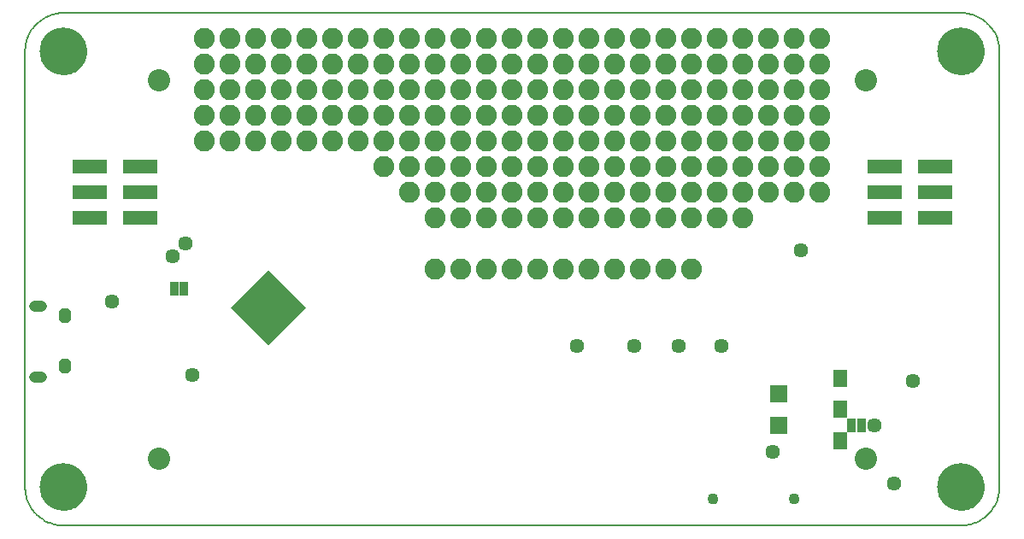
<source format=gbs>
G75*
%MOIN*%
%OFA0B0*%
%FSLAX24Y24*%
%IPPOS*%
%LPD*%
%AMOC8*
5,1,8,0,0,1.08239X$1,22.5*
%
%ADD10C,0.0050*%
%ADD11C,0.0000*%
%ADD12C,0.1852*%
%ADD13R,0.1340X0.0580*%
%ADD14C,0.0867*%
%ADD15C,0.0341*%
%ADD16C,0.0434*%
%ADD17C,0.0568*%
%ADD18R,0.0552X0.0671*%
%ADD19R,0.0671X0.0671*%
%ADD20R,0.0330X0.0580*%
%ADD21R,0.2080X0.2080*%
%ADD22C,0.0430*%
%ADD23C,0.0820*%
D10*
X017760Y016393D02*
X052760Y016393D01*
X052836Y016395D01*
X052912Y016401D01*
X052987Y016410D01*
X053062Y016424D01*
X053136Y016441D01*
X053209Y016462D01*
X053281Y016486D01*
X053352Y016515D01*
X053421Y016546D01*
X053488Y016581D01*
X053553Y016620D01*
X053617Y016662D01*
X053678Y016707D01*
X053737Y016755D01*
X053793Y016806D01*
X053847Y016860D01*
X053898Y016916D01*
X053946Y016975D01*
X053991Y017036D01*
X054033Y017100D01*
X054072Y017165D01*
X054107Y017232D01*
X054138Y017301D01*
X054167Y017372D01*
X054191Y017444D01*
X054212Y017517D01*
X054229Y017591D01*
X054243Y017666D01*
X054252Y017741D01*
X054258Y017817D01*
X054260Y017893D01*
X054260Y034893D01*
X054258Y034969D01*
X054252Y035045D01*
X054243Y035120D01*
X054229Y035195D01*
X054212Y035269D01*
X054191Y035342D01*
X054167Y035414D01*
X054138Y035485D01*
X054107Y035554D01*
X054072Y035621D01*
X054033Y035686D01*
X053991Y035750D01*
X053946Y035811D01*
X053898Y035870D01*
X053847Y035926D01*
X053793Y035980D01*
X053737Y036031D01*
X053678Y036079D01*
X053617Y036124D01*
X053553Y036166D01*
X053488Y036205D01*
X053421Y036240D01*
X053352Y036271D01*
X053281Y036300D01*
X053209Y036324D01*
X053136Y036345D01*
X053062Y036362D01*
X052987Y036376D01*
X052912Y036385D01*
X052836Y036391D01*
X052760Y036393D01*
X017760Y036393D01*
X017684Y036391D01*
X017608Y036385D01*
X017533Y036376D01*
X017458Y036362D01*
X017384Y036345D01*
X017311Y036324D01*
X017239Y036300D01*
X017168Y036271D01*
X017099Y036240D01*
X017032Y036205D01*
X016967Y036166D01*
X016903Y036124D01*
X016842Y036079D01*
X016783Y036031D01*
X016727Y035980D01*
X016673Y035926D01*
X016622Y035870D01*
X016574Y035811D01*
X016529Y035750D01*
X016487Y035686D01*
X016448Y035621D01*
X016413Y035554D01*
X016382Y035485D01*
X016353Y035414D01*
X016329Y035342D01*
X016308Y035269D01*
X016291Y035195D01*
X016277Y035120D01*
X016268Y035045D01*
X016262Y034969D01*
X016260Y034893D01*
X016260Y017893D01*
X016262Y017817D01*
X016268Y017741D01*
X016277Y017666D01*
X016291Y017591D01*
X016308Y017517D01*
X016329Y017444D01*
X016353Y017372D01*
X016382Y017301D01*
X016413Y017232D01*
X016448Y017165D01*
X016487Y017100D01*
X016529Y017036D01*
X016574Y016975D01*
X016622Y016916D01*
X016673Y016860D01*
X016727Y016806D01*
X016783Y016755D01*
X016842Y016707D01*
X016903Y016662D01*
X016967Y016620D01*
X017032Y016581D01*
X017099Y016546D01*
X017168Y016515D01*
X017239Y016486D01*
X017311Y016462D01*
X017384Y016441D01*
X017458Y016424D01*
X017533Y016410D01*
X017608Y016401D01*
X017684Y016395D01*
X017760Y016393D01*
D11*
X016874Y017893D02*
X016876Y017952D01*
X016882Y018011D01*
X016892Y018069D01*
X016905Y018127D01*
X016923Y018184D01*
X016944Y018239D01*
X016969Y018293D01*
X016998Y018345D01*
X017030Y018394D01*
X017065Y018442D01*
X017103Y018487D01*
X017144Y018530D01*
X017188Y018570D01*
X017234Y018606D01*
X017283Y018640D01*
X017334Y018670D01*
X017387Y018697D01*
X017442Y018720D01*
X017497Y018739D01*
X017555Y018755D01*
X017613Y018767D01*
X017671Y018775D01*
X017730Y018779D01*
X017790Y018779D01*
X017849Y018775D01*
X017907Y018767D01*
X017965Y018755D01*
X018023Y018739D01*
X018078Y018720D01*
X018133Y018697D01*
X018186Y018670D01*
X018237Y018640D01*
X018286Y018606D01*
X018332Y018570D01*
X018376Y018530D01*
X018417Y018487D01*
X018455Y018442D01*
X018490Y018394D01*
X018522Y018345D01*
X018551Y018293D01*
X018576Y018239D01*
X018597Y018184D01*
X018615Y018127D01*
X018628Y018069D01*
X018638Y018011D01*
X018644Y017952D01*
X018646Y017893D01*
X018644Y017834D01*
X018638Y017775D01*
X018628Y017717D01*
X018615Y017659D01*
X018597Y017602D01*
X018576Y017547D01*
X018551Y017493D01*
X018522Y017441D01*
X018490Y017392D01*
X018455Y017344D01*
X018417Y017299D01*
X018376Y017256D01*
X018332Y017216D01*
X018286Y017180D01*
X018237Y017146D01*
X018186Y017116D01*
X018133Y017089D01*
X018078Y017066D01*
X018023Y017047D01*
X017965Y017031D01*
X017907Y017019D01*
X017849Y017011D01*
X017790Y017007D01*
X017730Y017007D01*
X017671Y017011D01*
X017613Y017019D01*
X017555Y017031D01*
X017497Y017047D01*
X017442Y017066D01*
X017387Y017089D01*
X017334Y017116D01*
X017283Y017146D01*
X017234Y017180D01*
X017188Y017216D01*
X017144Y017256D01*
X017103Y017299D01*
X017065Y017344D01*
X017030Y017392D01*
X016998Y017441D01*
X016969Y017493D01*
X016944Y017547D01*
X016923Y017602D01*
X016905Y017659D01*
X016892Y017717D01*
X016882Y017775D01*
X016876Y017834D01*
X016874Y017893D01*
X021086Y019011D02*
X021088Y019050D01*
X021094Y019089D01*
X021104Y019127D01*
X021117Y019164D01*
X021134Y019199D01*
X021154Y019233D01*
X021178Y019264D01*
X021205Y019293D01*
X021234Y019319D01*
X021266Y019342D01*
X021300Y019362D01*
X021336Y019378D01*
X021373Y019390D01*
X021412Y019399D01*
X021451Y019404D01*
X021490Y019405D01*
X021529Y019402D01*
X021568Y019395D01*
X021605Y019384D01*
X021642Y019370D01*
X021677Y019352D01*
X021710Y019331D01*
X021741Y019306D01*
X021769Y019279D01*
X021794Y019249D01*
X021816Y019216D01*
X021835Y019182D01*
X021850Y019146D01*
X021862Y019108D01*
X021870Y019070D01*
X021874Y019031D01*
X021874Y018991D01*
X021870Y018952D01*
X021862Y018914D01*
X021850Y018876D01*
X021835Y018840D01*
X021816Y018806D01*
X021794Y018773D01*
X021769Y018743D01*
X021741Y018716D01*
X021710Y018691D01*
X021677Y018670D01*
X021642Y018652D01*
X021605Y018638D01*
X021568Y018627D01*
X021529Y018620D01*
X021490Y018617D01*
X021451Y018618D01*
X021412Y018623D01*
X021373Y018632D01*
X021336Y018644D01*
X021300Y018660D01*
X021266Y018680D01*
X021234Y018703D01*
X021205Y018729D01*
X021178Y018758D01*
X021154Y018789D01*
X021134Y018823D01*
X021117Y018858D01*
X021104Y018895D01*
X021094Y018933D01*
X021088Y018972D01*
X021086Y019011D01*
X021086Y033775D02*
X021088Y033814D01*
X021094Y033853D01*
X021104Y033891D01*
X021117Y033928D01*
X021134Y033963D01*
X021154Y033997D01*
X021178Y034028D01*
X021205Y034057D01*
X021234Y034083D01*
X021266Y034106D01*
X021300Y034126D01*
X021336Y034142D01*
X021373Y034154D01*
X021412Y034163D01*
X021451Y034168D01*
X021490Y034169D01*
X021529Y034166D01*
X021568Y034159D01*
X021605Y034148D01*
X021642Y034134D01*
X021677Y034116D01*
X021710Y034095D01*
X021741Y034070D01*
X021769Y034043D01*
X021794Y034013D01*
X021816Y033980D01*
X021835Y033946D01*
X021850Y033910D01*
X021862Y033872D01*
X021870Y033834D01*
X021874Y033795D01*
X021874Y033755D01*
X021870Y033716D01*
X021862Y033678D01*
X021850Y033640D01*
X021835Y033604D01*
X021816Y033570D01*
X021794Y033537D01*
X021769Y033507D01*
X021741Y033480D01*
X021710Y033455D01*
X021677Y033434D01*
X021642Y033416D01*
X021605Y033402D01*
X021568Y033391D01*
X021529Y033384D01*
X021490Y033381D01*
X021451Y033382D01*
X021412Y033387D01*
X021373Y033396D01*
X021336Y033408D01*
X021300Y033424D01*
X021266Y033444D01*
X021234Y033467D01*
X021205Y033493D01*
X021178Y033522D01*
X021154Y033553D01*
X021134Y033587D01*
X021117Y033622D01*
X021104Y033659D01*
X021094Y033697D01*
X021088Y033736D01*
X021086Y033775D01*
X016874Y034893D02*
X016876Y034952D01*
X016882Y035011D01*
X016892Y035069D01*
X016905Y035127D01*
X016923Y035184D01*
X016944Y035239D01*
X016969Y035293D01*
X016998Y035345D01*
X017030Y035394D01*
X017065Y035442D01*
X017103Y035487D01*
X017144Y035530D01*
X017188Y035570D01*
X017234Y035606D01*
X017283Y035640D01*
X017334Y035670D01*
X017387Y035697D01*
X017442Y035720D01*
X017497Y035739D01*
X017555Y035755D01*
X017613Y035767D01*
X017671Y035775D01*
X017730Y035779D01*
X017790Y035779D01*
X017849Y035775D01*
X017907Y035767D01*
X017965Y035755D01*
X018023Y035739D01*
X018078Y035720D01*
X018133Y035697D01*
X018186Y035670D01*
X018237Y035640D01*
X018286Y035606D01*
X018332Y035570D01*
X018376Y035530D01*
X018417Y035487D01*
X018455Y035442D01*
X018490Y035394D01*
X018522Y035345D01*
X018551Y035293D01*
X018576Y035239D01*
X018597Y035184D01*
X018615Y035127D01*
X018628Y035069D01*
X018638Y035011D01*
X018644Y034952D01*
X018646Y034893D01*
X018644Y034834D01*
X018638Y034775D01*
X018628Y034717D01*
X018615Y034659D01*
X018597Y034602D01*
X018576Y034547D01*
X018551Y034493D01*
X018522Y034441D01*
X018490Y034392D01*
X018455Y034344D01*
X018417Y034299D01*
X018376Y034256D01*
X018332Y034216D01*
X018286Y034180D01*
X018237Y034146D01*
X018186Y034116D01*
X018133Y034089D01*
X018078Y034066D01*
X018023Y034047D01*
X017965Y034031D01*
X017907Y034019D01*
X017849Y034011D01*
X017790Y034007D01*
X017730Y034007D01*
X017671Y034011D01*
X017613Y034019D01*
X017555Y034031D01*
X017497Y034047D01*
X017442Y034066D01*
X017387Y034089D01*
X017334Y034116D01*
X017283Y034146D01*
X017234Y034180D01*
X017188Y034216D01*
X017144Y034256D01*
X017103Y034299D01*
X017065Y034344D01*
X017030Y034392D01*
X016998Y034441D01*
X016969Y034493D01*
X016944Y034547D01*
X016923Y034602D01*
X016905Y034659D01*
X016892Y034717D01*
X016882Y034775D01*
X016876Y034834D01*
X016874Y034893D01*
X042911Y017435D02*
X042913Y017461D01*
X042919Y017487D01*
X042928Y017511D01*
X042941Y017534D01*
X042958Y017554D01*
X042977Y017572D01*
X042999Y017587D01*
X043022Y017598D01*
X043047Y017606D01*
X043073Y017610D01*
X043099Y017610D01*
X043125Y017606D01*
X043150Y017598D01*
X043174Y017587D01*
X043195Y017572D01*
X043214Y017554D01*
X043231Y017534D01*
X043244Y017511D01*
X043253Y017487D01*
X043259Y017461D01*
X043261Y017435D01*
X043259Y017409D01*
X043253Y017383D01*
X043244Y017359D01*
X043231Y017336D01*
X043214Y017316D01*
X043195Y017298D01*
X043173Y017283D01*
X043150Y017272D01*
X043125Y017264D01*
X043099Y017260D01*
X043073Y017260D01*
X043047Y017264D01*
X043022Y017272D01*
X042998Y017283D01*
X042977Y017298D01*
X042958Y017316D01*
X042941Y017336D01*
X042928Y017359D01*
X042919Y017383D01*
X042913Y017409D01*
X042911Y017435D01*
X046060Y017435D02*
X046062Y017461D01*
X046068Y017487D01*
X046077Y017511D01*
X046090Y017534D01*
X046107Y017554D01*
X046126Y017572D01*
X046148Y017587D01*
X046171Y017598D01*
X046196Y017606D01*
X046222Y017610D01*
X046248Y017610D01*
X046274Y017606D01*
X046299Y017598D01*
X046323Y017587D01*
X046344Y017572D01*
X046363Y017554D01*
X046380Y017534D01*
X046393Y017511D01*
X046402Y017487D01*
X046408Y017461D01*
X046410Y017435D01*
X046408Y017409D01*
X046402Y017383D01*
X046393Y017359D01*
X046380Y017336D01*
X046363Y017316D01*
X046344Y017298D01*
X046322Y017283D01*
X046299Y017272D01*
X046274Y017264D01*
X046248Y017260D01*
X046222Y017260D01*
X046196Y017264D01*
X046171Y017272D01*
X046147Y017283D01*
X046126Y017298D01*
X046107Y017316D01*
X046090Y017336D01*
X046077Y017359D01*
X046068Y017383D01*
X046062Y017409D01*
X046060Y017435D01*
X048645Y019011D02*
X048647Y019050D01*
X048653Y019089D01*
X048663Y019127D01*
X048676Y019164D01*
X048693Y019199D01*
X048713Y019233D01*
X048737Y019264D01*
X048764Y019293D01*
X048793Y019319D01*
X048825Y019342D01*
X048859Y019362D01*
X048895Y019378D01*
X048932Y019390D01*
X048971Y019399D01*
X049010Y019404D01*
X049049Y019405D01*
X049088Y019402D01*
X049127Y019395D01*
X049164Y019384D01*
X049201Y019370D01*
X049236Y019352D01*
X049269Y019331D01*
X049300Y019306D01*
X049328Y019279D01*
X049353Y019249D01*
X049375Y019216D01*
X049394Y019182D01*
X049409Y019146D01*
X049421Y019108D01*
X049429Y019070D01*
X049433Y019031D01*
X049433Y018991D01*
X049429Y018952D01*
X049421Y018914D01*
X049409Y018876D01*
X049394Y018840D01*
X049375Y018806D01*
X049353Y018773D01*
X049328Y018743D01*
X049300Y018716D01*
X049269Y018691D01*
X049236Y018670D01*
X049201Y018652D01*
X049164Y018638D01*
X049127Y018627D01*
X049088Y018620D01*
X049049Y018617D01*
X049010Y018618D01*
X048971Y018623D01*
X048932Y018632D01*
X048895Y018644D01*
X048859Y018660D01*
X048825Y018680D01*
X048793Y018703D01*
X048764Y018729D01*
X048737Y018758D01*
X048713Y018789D01*
X048693Y018823D01*
X048676Y018858D01*
X048663Y018895D01*
X048653Y018933D01*
X048647Y018972D01*
X048645Y019011D01*
X051874Y017893D02*
X051876Y017952D01*
X051882Y018011D01*
X051892Y018069D01*
X051905Y018127D01*
X051923Y018184D01*
X051944Y018239D01*
X051969Y018293D01*
X051998Y018345D01*
X052030Y018394D01*
X052065Y018442D01*
X052103Y018487D01*
X052144Y018530D01*
X052188Y018570D01*
X052234Y018606D01*
X052283Y018640D01*
X052334Y018670D01*
X052387Y018697D01*
X052442Y018720D01*
X052497Y018739D01*
X052555Y018755D01*
X052613Y018767D01*
X052671Y018775D01*
X052730Y018779D01*
X052790Y018779D01*
X052849Y018775D01*
X052907Y018767D01*
X052965Y018755D01*
X053023Y018739D01*
X053078Y018720D01*
X053133Y018697D01*
X053186Y018670D01*
X053237Y018640D01*
X053286Y018606D01*
X053332Y018570D01*
X053376Y018530D01*
X053417Y018487D01*
X053455Y018442D01*
X053490Y018394D01*
X053522Y018345D01*
X053551Y018293D01*
X053576Y018239D01*
X053597Y018184D01*
X053615Y018127D01*
X053628Y018069D01*
X053638Y018011D01*
X053644Y017952D01*
X053646Y017893D01*
X053644Y017834D01*
X053638Y017775D01*
X053628Y017717D01*
X053615Y017659D01*
X053597Y017602D01*
X053576Y017547D01*
X053551Y017493D01*
X053522Y017441D01*
X053490Y017392D01*
X053455Y017344D01*
X053417Y017299D01*
X053376Y017256D01*
X053332Y017216D01*
X053286Y017180D01*
X053237Y017146D01*
X053186Y017116D01*
X053133Y017089D01*
X053078Y017066D01*
X053023Y017047D01*
X052965Y017031D01*
X052907Y017019D01*
X052849Y017011D01*
X052790Y017007D01*
X052730Y017007D01*
X052671Y017011D01*
X052613Y017019D01*
X052555Y017031D01*
X052497Y017047D01*
X052442Y017066D01*
X052387Y017089D01*
X052334Y017116D01*
X052283Y017146D01*
X052234Y017180D01*
X052188Y017216D01*
X052144Y017256D01*
X052103Y017299D01*
X052065Y017344D01*
X052030Y017392D01*
X051998Y017441D01*
X051969Y017493D01*
X051944Y017547D01*
X051923Y017602D01*
X051905Y017659D01*
X051892Y017717D01*
X051882Y017775D01*
X051876Y017834D01*
X051874Y017893D01*
X048645Y033775D02*
X048647Y033814D01*
X048653Y033853D01*
X048663Y033891D01*
X048676Y033928D01*
X048693Y033963D01*
X048713Y033997D01*
X048737Y034028D01*
X048764Y034057D01*
X048793Y034083D01*
X048825Y034106D01*
X048859Y034126D01*
X048895Y034142D01*
X048932Y034154D01*
X048971Y034163D01*
X049010Y034168D01*
X049049Y034169D01*
X049088Y034166D01*
X049127Y034159D01*
X049164Y034148D01*
X049201Y034134D01*
X049236Y034116D01*
X049269Y034095D01*
X049300Y034070D01*
X049328Y034043D01*
X049353Y034013D01*
X049375Y033980D01*
X049394Y033946D01*
X049409Y033910D01*
X049421Y033872D01*
X049429Y033834D01*
X049433Y033795D01*
X049433Y033755D01*
X049429Y033716D01*
X049421Y033678D01*
X049409Y033640D01*
X049394Y033604D01*
X049375Y033570D01*
X049353Y033537D01*
X049328Y033507D01*
X049300Y033480D01*
X049269Y033455D01*
X049236Y033434D01*
X049201Y033416D01*
X049164Y033402D01*
X049127Y033391D01*
X049088Y033384D01*
X049049Y033381D01*
X049010Y033382D01*
X048971Y033387D01*
X048932Y033396D01*
X048895Y033408D01*
X048859Y033424D01*
X048825Y033444D01*
X048793Y033467D01*
X048764Y033493D01*
X048737Y033522D01*
X048713Y033553D01*
X048693Y033587D01*
X048676Y033622D01*
X048663Y033659D01*
X048653Y033697D01*
X048647Y033736D01*
X048645Y033775D01*
X051874Y034893D02*
X051876Y034952D01*
X051882Y035011D01*
X051892Y035069D01*
X051905Y035127D01*
X051923Y035184D01*
X051944Y035239D01*
X051969Y035293D01*
X051998Y035345D01*
X052030Y035394D01*
X052065Y035442D01*
X052103Y035487D01*
X052144Y035530D01*
X052188Y035570D01*
X052234Y035606D01*
X052283Y035640D01*
X052334Y035670D01*
X052387Y035697D01*
X052442Y035720D01*
X052497Y035739D01*
X052555Y035755D01*
X052613Y035767D01*
X052671Y035775D01*
X052730Y035779D01*
X052790Y035779D01*
X052849Y035775D01*
X052907Y035767D01*
X052965Y035755D01*
X053023Y035739D01*
X053078Y035720D01*
X053133Y035697D01*
X053186Y035670D01*
X053237Y035640D01*
X053286Y035606D01*
X053332Y035570D01*
X053376Y035530D01*
X053417Y035487D01*
X053455Y035442D01*
X053490Y035394D01*
X053522Y035345D01*
X053551Y035293D01*
X053576Y035239D01*
X053597Y035184D01*
X053615Y035127D01*
X053628Y035069D01*
X053638Y035011D01*
X053644Y034952D01*
X053646Y034893D01*
X053644Y034834D01*
X053638Y034775D01*
X053628Y034717D01*
X053615Y034659D01*
X053597Y034602D01*
X053576Y034547D01*
X053551Y034493D01*
X053522Y034441D01*
X053490Y034392D01*
X053455Y034344D01*
X053417Y034299D01*
X053376Y034256D01*
X053332Y034216D01*
X053286Y034180D01*
X053237Y034146D01*
X053186Y034116D01*
X053133Y034089D01*
X053078Y034066D01*
X053023Y034047D01*
X052965Y034031D01*
X052907Y034019D01*
X052849Y034011D01*
X052790Y034007D01*
X052730Y034007D01*
X052671Y034011D01*
X052613Y034019D01*
X052555Y034031D01*
X052497Y034047D01*
X052442Y034066D01*
X052387Y034089D01*
X052334Y034116D01*
X052283Y034146D01*
X052234Y034180D01*
X052188Y034216D01*
X052144Y034256D01*
X052103Y034299D01*
X052065Y034344D01*
X052030Y034392D01*
X051998Y034441D01*
X051969Y034493D01*
X051944Y034547D01*
X051923Y034602D01*
X051905Y034659D01*
X051892Y034717D01*
X051882Y034775D01*
X051876Y034834D01*
X051874Y034893D01*
D12*
X052760Y034893D03*
X052760Y017893D03*
X017760Y017893D03*
X017760Y034893D03*
D13*
X018767Y030393D03*
X018767Y029393D03*
X018767Y028393D03*
X020752Y028393D03*
X020752Y029393D03*
X020752Y030393D03*
X049767Y030393D03*
X049767Y029393D03*
X049767Y028393D03*
X051752Y028393D03*
X051752Y029393D03*
X051752Y030393D03*
D14*
X049039Y033775D03*
X049039Y019011D03*
X021480Y019011D03*
X021480Y033775D03*
D15*
X017766Y024694D02*
X017766Y024462D01*
X017766Y024694D02*
X017880Y024694D01*
X017880Y024462D01*
X017766Y024462D01*
X017766Y022725D02*
X017766Y022493D01*
X017766Y022725D02*
X017880Y022725D01*
X017880Y022493D01*
X017766Y022493D01*
D16*
X016888Y022215D02*
X016632Y022215D01*
X016632Y024971D02*
X016888Y024971D01*
D17*
X019646Y025143D03*
X022032Y026893D03*
X022510Y027393D03*
X022782Y022268D03*
X037785Y023393D03*
X040010Y023393D03*
X041760Y023393D03*
X043416Y023393D03*
X045409Y019268D03*
X049385Y020309D03*
X050884Y022043D03*
X050135Y018018D03*
X046510Y027143D03*
D18*
X048039Y022141D03*
X048039Y020921D03*
X048039Y019700D03*
D19*
X045637Y020311D03*
X045637Y021531D03*
D20*
X048497Y020309D03*
X048897Y020309D03*
X022437Y025643D03*
X022082Y025643D03*
D21*
G36*
X027230Y024893D02*
X025760Y023423D01*
X024290Y024893D01*
X025760Y026363D01*
X027230Y024893D01*
G37*
D22*
X043086Y017435D03*
X046235Y017435D03*
D23*
X042260Y026393D03*
X041260Y026393D03*
X040260Y026393D03*
X039260Y026393D03*
X038260Y026393D03*
X037260Y026393D03*
X036260Y026393D03*
X035260Y026393D03*
X034260Y026393D03*
X033260Y026393D03*
X032260Y026393D03*
X032260Y028393D03*
X033260Y028393D03*
X034260Y028393D03*
X035260Y028393D03*
X036260Y028393D03*
X037260Y028393D03*
X038260Y028393D03*
X039260Y028393D03*
X040260Y028393D03*
X041260Y028393D03*
X042260Y028393D03*
X043260Y028393D03*
X044260Y028393D03*
X044260Y029393D03*
X043260Y029393D03*
X043260Y030393D03*
X044260Y030393D03*
X045260Y030393D03*
X046260Y030393D03*
X047260Y030393D03*
X047260Y029393D03*
X046260Y029393D03*
X045260Y029393D03*
X045260Y031393D03*
X046260Y031393D03*
X047260Y031393D03*
X047260Y032393D03*
X046260Y032393D03*
X046260Y033393D03*
X047260Y033393D03*
X047260Y034393D03*
X046260Y034393D03*
X045260Y034393D03*
X045260Y033393D03*
X045260Y032393D03*
X044260Y032393D03*
X043260Y032393D03*
X043260Y033393D03*
X044260Y033393D03*
X044260Y034393D03*
X043260Y034393D03*
X042260Y034393D03*
X042260Y033393D03*
X042260Y032393D03*
X041260Y032393D03*
X040260Y032393D03*
X040260Y033393D03*
X041260Y033393D03*
X041260Y034393D03*
X040260Y034393D03*
X039260Y034393D03*
X038260Y034393D03*
X038260Y033393D03*
X039260Y033393D03*
X039260Y032393D03*
X038260Y032393D03*
X037260Y032393D03*
X037260Y033393D03*
X037260Y034393D03*
X036260Y034393D03*
X035260Y034393D03*
X035260Y033393D03*
X036260Y033393D03*
X036260Y032393D03*
X035260Y032393D03*
X034260Y032393D03*
X034260Y033393D03*
X034260Y034393D03*
X033260Y034393D03*
X032260Y034393D03*
X032260Y033393D03*
X033260Y033393D03*
X033260Y032393D03*
X032260Y032393D03*
X031260Y032393D03*
X030260Y032393D03*
X030260Y033393D03*
X031260Y033393D03*
X031260Y034393D03*
X030260Y034393D03*
X029260Y034393D03*
X029260Y033393D03*
X029260Y032393D03*
X028260Y032393D03*
X027260Y032393D03*
X027260Y033393D03*
X028260Y033393D03*
X028260Y034393D03*
X027260Y034393D03*
X026260Y034393D03*
X026260Y033393D03*
X026260Y032393D03*
X025260Y032393D03*
X024260Y032393D03*
X024260Y033393D03*
X025260Y033393D03*
X025260Y034393D03*
X024260Y034393D03*
X023260Y034393D03*
X023260Y033393D03*
X023260Y032393D03*
X023260Y031393D03*
X024260Y031393D03*
X025260Y031393D03*
X026260Y031393D03*
X027260Y031393D03*
X028260Y031393D03*
X029260Y031393D03*
X030260Y031393D03*
X031260Y031393D03*
X032260Y031393D03*
X033260Y031393D03*
X034260Y031393D03*
X035260Y031393D03*
X036260Y031393D03*
X037260Y031393D03*
X038260Y031393D03*
X039260Y031393D03*
X040260Y031393D03*
X041260Y031393D03*
X042260Y031393D03*
X043260Y031393D03*
X044260Y031393D03*
X042260Y030393D03*
X042260Y029393D03*
X041260Y029393D03*
X040260Y029393D03*
X040260Y030393D03*
X041260Y030393D03*
X039260Y030393D03*
X038260Y030393D03*
X038260Y029393D03*
X039260Y029393D03*
X037260Y029393D03*
X037260Y030393D03*
X036260Y030393D03*
X035260Y030393D03*
X035260Y029393D03*
X036260Y029393D03*
X034260Y029393D03*
X034260Y030393D03*
X033260Y030393D03*
X032260Y030393D03*
X032260Y029393D03*
X033260Y029393D03*
X031260Y029393D03*
X031260Y030393D03*
X030260Y030393D03*
X030260Y035393D03*
X031260Y035393D03*
X032260Y035393D03*
X033260Y035393D03*
X034260Y035393D03*
X035260Y035393D03*
X036260Y035393D03*
X037260Y035393D03*
X038260Y035393D03*
X039260Y035393D03*
X040260Y035393D03*
X041260Y035393D03*
X042260Y035393D03*
X043260Y035393D03*
X044260Y035393D03*
X045260Y035393D03*
X046260Y035393D03*
X047260Y035393D03*
X029260Y035393D03*
X028260Y035393D03*
X027260Y035393D03*
X026260Y035393D03*
X025260Y035393D03*
X024260Y035393D03*
X023260Y035393D03*
M02*

</source>
